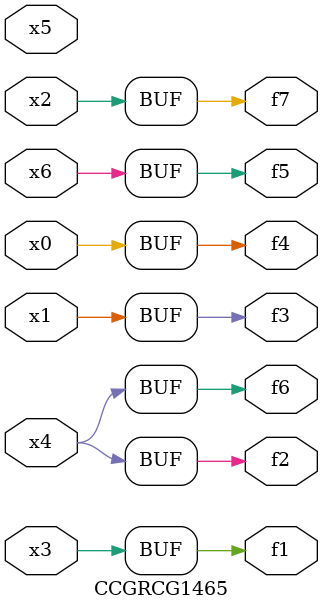
<source format=v>
module CCGRCG1465(
	input x0, x1, x2, x3, x4, x5, x6,
	output f1, f2, f3, f4, f5, f6, f7
);
	assign f1 = x3;
	assign f2 = x4;
	assign f3 = x1;
	assign f4 = x0;
	assign f5 = x6;
	assign f6 = x4;
	assign f7 = x2;
endmodule

</source>
